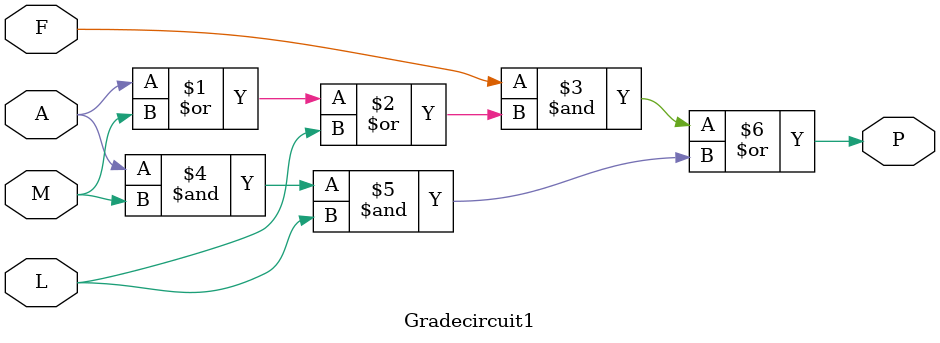
<source format=v>
`timescale 1ns / 1ps


module Gradecircuit1(
    input   A, M, F, L,
    output  P
    );
    
    assign  P = (F & (A|M|L)) | (A&M&L);
    
endmodule

</source>
